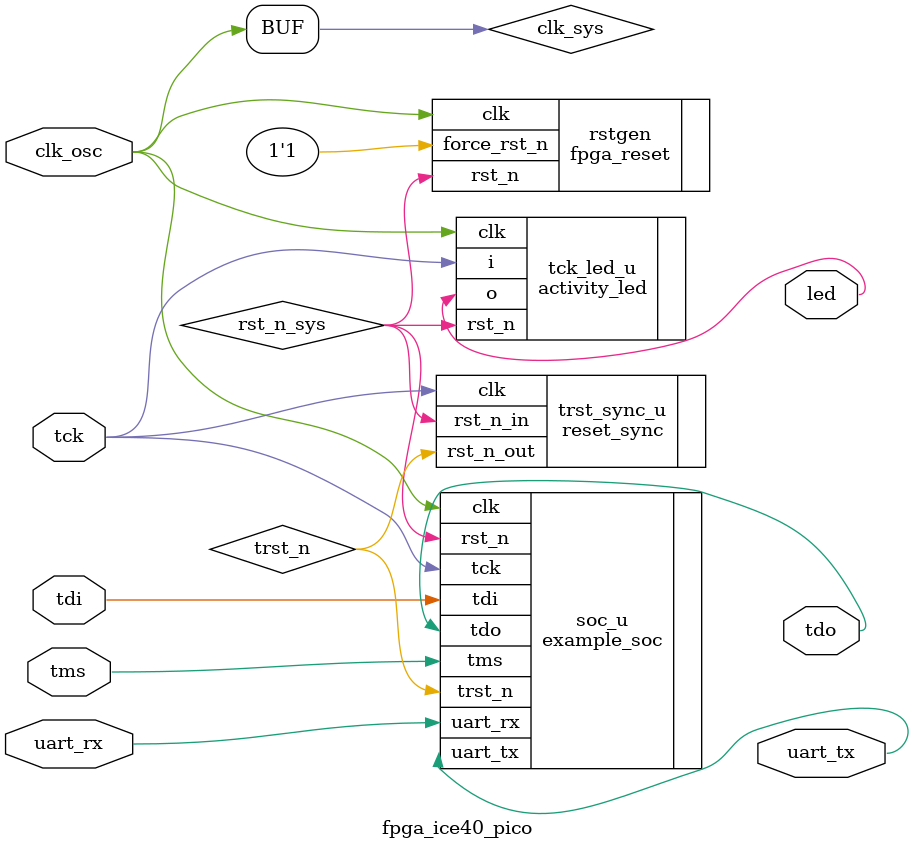
<source format=v>
/*****************************************************************************\
|                        Copyright (C) 2021 Luke Wren                         |
|                     SPDX-License-Identifier: Apache-2.0                     |
\*****************************************************************************/

// FPGA toplevel for ../soc/example_soc.v on an iCEBreaker dev board

`default_nettype none

module fpga_ice40_pico (
	input wire        clk_osc,

	// No external trst_n as iCEBreaker can't easily drive it from FTDI, so we
	// generate a pulse internally from FPGA PoR.
	input  wire       tck,
	input  wire       tms,
	input  wire       tdi,
	output wire       tdo,

	output wire       led,

	output wire       uart_tx,
	input  wire       uart_rx
);

wire clk_sys = clk_osc;
wire rst_n_sys;
wire trst_n;

fpga_reset #(
	.SHIFT (3)
) rstgen (
	.clk         (clk_sys),
	.force_rst_n (1'b1),
	.rst_n       (rst_n_sys)
);

reset_sync trst_sync_u (
	.clk       (tck),
	.rst_n_in  (rst_n_sys),
	.rst_n_out (trst_n)
);

activity_led #(
	.WIDTH (1 << 8),
	.ACTIVE_LEVEL (1'b0)
) tck_led_u (
	.clk   (clk_sys),
	.rst_n (rst_n_sys),
	.i     (tck),
	.o     (led)
);

example_soc #(
	.CLK_MHZ             (12),
	.EXTENSION_A         (1),
	.EXTENSION_C         (0),
	.EXTENSION_M         (1),
	.EXTENSION_ZBA       (0),
	.EXTENSION_ZBB       (0),
	.EXTENSION_ZBC       (0),
	.EXTENSION_ZBS       (0),
	.EXTENSION_ZBKB      (0),
	.EXTENSION_ZIFENCEI  (0),
	.EXTENSION_XH3BEXTM  (0),
	.EXTENSION_XH3PMPM   (0),
	.EXTENSION_XH3POWER  (0),
	.CSR_COUNTER         (0),
	.U_MODE              (0),
	.PMP_REGIONS         (0),
	.BREAKPOINT_TRIGGERS (0),
	.IRQ_PRIORITY_BITS   (0),
	.REDUCED_BYPASS      (0),
	.MULDIV_UNROLL       (1),
	.MUL_FAST            (0),
	.MUL_FASTER          (0),
	.MULH_FAST           (0),
	.FAST_BRANCHCMP      (1),
	.BRANCH_PREDICTOR    (0)
) soc_u (
	.clk            (clk_sys),
	.rst_n          (rst_n_sys),

	.tck            (tck),
	.trst_n         (trst_n),
	.tms            (tms),
	.tdi            (tdi),
	.tdo            (tdo),

	.uart_tx        (uart_tx),
	.uart_rx        (uart_rx)
);

endmodule

</source>
